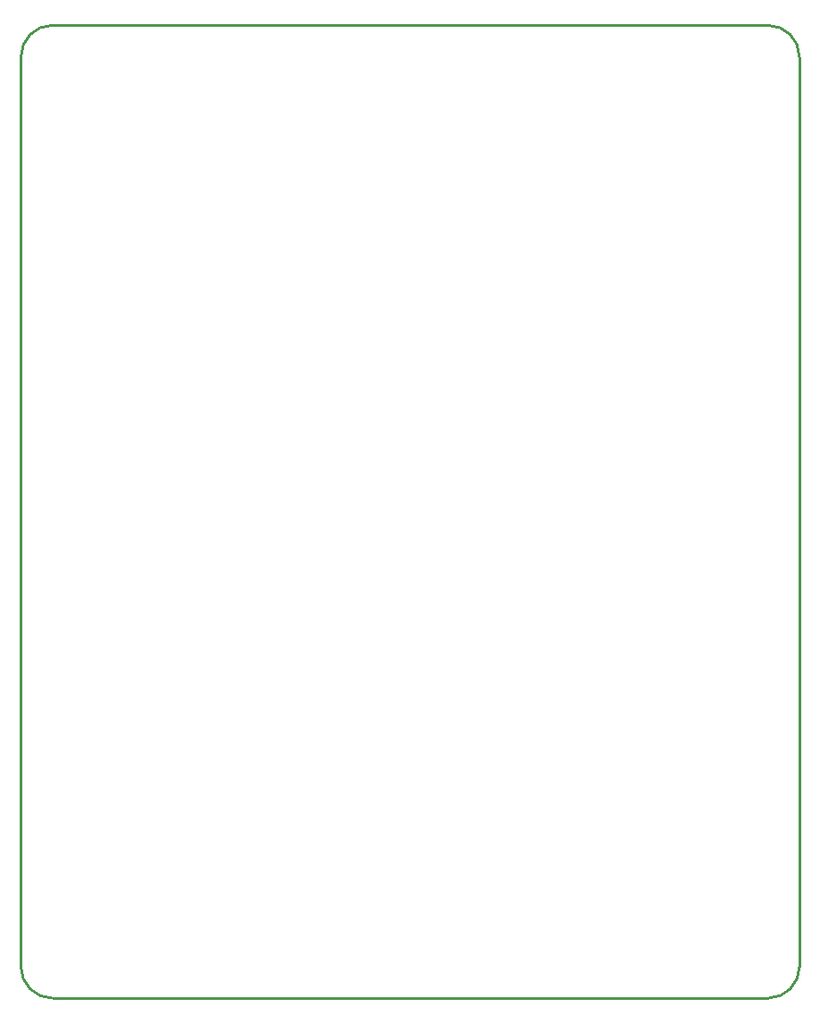
<source format=gko>
G04*
G04 #@! TF.GenerationSoftware,Altium Limited,Altium Designer,20.1.8 (145)*
G04*
G04 Layer_Color=16711935*
%FSLAX25Y25*%
%MOIN*%
G70*
G04*
G04 #@! TF.SameCoordinates,1FDAB6DA-E141-4DA2-B8DD-458AA00E26A3*
G04*
G04*
G04 #@! TF.FilePolarity,Positive*
G04*
G01*
G75*
%ADD14C,0.01000*%
D14*
X11811Y362992D02*
G03*
X0Y351181I0J-11811D01*
G01*
X290551D02*
G03*
X278740Y362992I-11811J0D01*
G01*
Y0D02*
G03*
X290551Y11811I0J11811D01*
G01*
X0D02*
G03*
X11811Y0I11811J0D01*
G01*
Y362992D02*
X278740D01*
X290551Y11811D02*
Y351181D01*
X11811Y0D02*
X278740D01*
X0Y11811D02*
Y351181D01*
M02*

</source>
